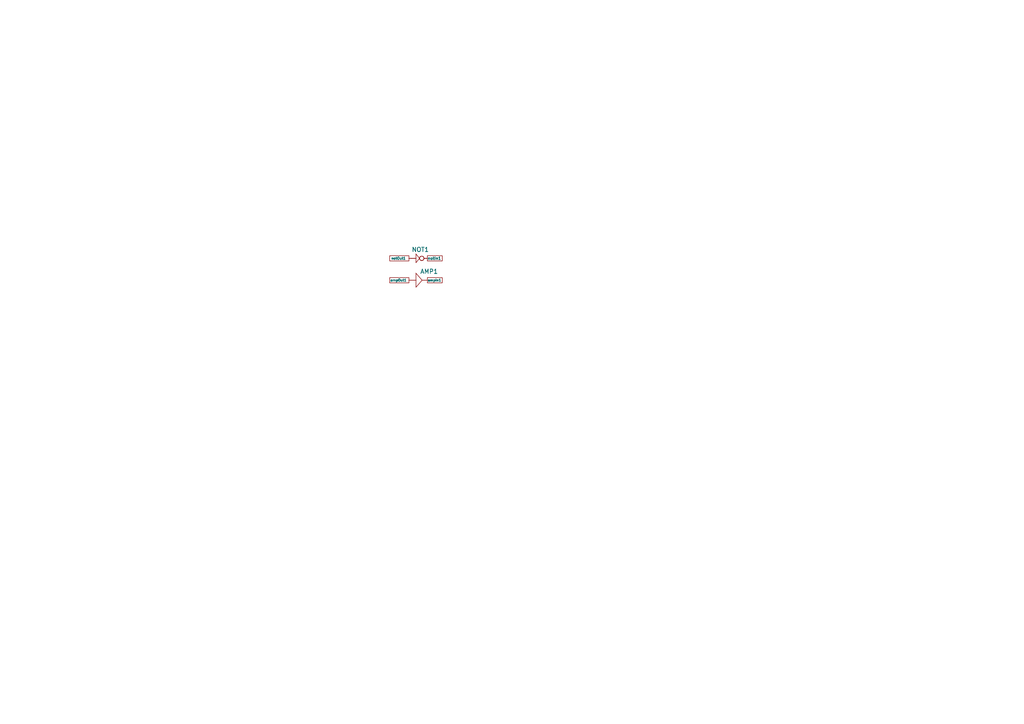
<source format=kicad_sch>
(kicad_sch (version 20230121) (generator eeschema)
  (paper "A4")
  (lib_symbols
    (symbol "Tests:InPin" (pin_numbers hide) (pin_names hide)
      (property "Reference" "InPin" (at 2.794 0 0))
      (symbol "InPin_0_1"
        (rectangle (start 0.762 0.762) (end 5.08 -0.762))
      )
      (symbol "InPin_1_1"
        (pin input line (at 0 0 0) (length 0.75) (name "In") (number "1"))
      )
    )
    (symbol "Tests:OutPin" (pin_numbers hide) (pin_names hide)
      (property "Reference" "OutPin" (at -4.064 0 0))
      (symbol "OutPin_0_1"
        (rectangle (start -6.35 0.762) (end -0.762 -0.762))
      )
      (symbol "OutPin_1_1"
        (pin output line (at 0 0 180) (length 0.75) (name "Out") (number "1"))
      )
    )
    (symbol "chip:AMP" (pin_numbers hide) (pin_names (offset 0) hide)
      (property "Reference" "AMP" (at 1.524 2.032 0))
      (symbol "AMP_0_1"
        (polyline (pts (xy -1.27 2.032) (xy 0.508 0) (xy -1.27 -2.032) (xy -1.27 2.032)))
      )
      (symbol "AMP_1_1"
        (pin input line (at -2.54 0 0) (length 1.25) (name "IN") (number ""))
        (pin output line (at 1.27 0 180) (length 0.75) (name "OUT") (number "1"))
      )
    )
    (symbol "chip:NOT" (pin_numbers hide) (pin_names (offset 0) hide)
      (property "Reference" "NOT" (at 0.508 1.778 0))
      (symbol "NOT_0_1"
        (polyline (pts (xy -1.27 1.27) (xy -0.254 0) (xy -1.27 -1.27) (xy -1.27 1.27)))
      )
      (symbol "NOT_1_1"
        (pin input line (at -2.54 0 0) (length 1.25) (name "IN") (number ""))
        (pin output inverted (at 1.27 0 180) (length 1.5) (name "OUT") (number "1"))
      )
    )
  )
  (symbol (lib_id "Tests:InPin") (at 123.19 74.93 0) (unit 1)
    (property "Reference" "notIn1" (at 125.984 74.93 0) (effects (font (size 0.8 0.8))))
    (property "Value" "InPin" (effects hide))
  )
  (symbol (lib_id "chip:AMP") (at 121.92 81.28 0) (unit 1)
    (property "Reference" "AMP1" (at 124.46 78.74 0))
    (property "Value" "AMP" (effects hide))
  )
  (symbol (lib_id "Tests:OutPin") (at 119.38 74.93 0) (unit 1)
    (property "Reference" "notOut1" (at 115.57 74.93 0) (effects (font (size 0.7 0.7))))
    (property "Value" "OutPin" (effects hide))
  )
  (symbol (lib_id "Tests:InPin") (at 123.19 81.28 0) (unit 1)
    (property "Reference" "ampIn1" (at 126 81.28 0) (effects (font (size 0.7 0.7))))
    (property "Value" "InPin" (effects hide))
  )
  (symbol (lib_id "Tests:OutPin") (at 119.38 81.28 0) (unit 1)
    (property "Reference" "ampOut1" (at 115.57 81.28 0) (effects (font (size 0.7 0.7))))
    (property "Value" "OutPin" (effects hide))
  )
  (symbol (lib_id "chip:NOT") (at 121.92 74.93 0) (unit 1)
    (property "Reference" "NOT1" (at 121.92 72.39 0))
    (property "Value" "NOT" (effects hide))
  )
)
</source>
